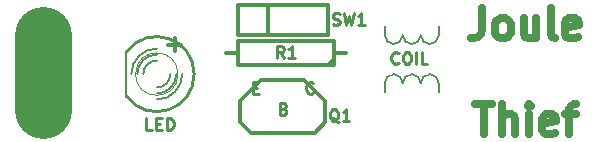
<source format=gto>
G04 (created by PCBNEW (2013-07-07 BZR 4022)-stable) date 10/30/2014 10:02:59 AM*
%MOIN*%
G04 Gerber Fmt 3.4, Leading zero omitted, Abs format*
%FSLAX34Y34*%
G01*
G70*
G90*
G04 APERTURE LIST*
%ADD10C,0.00590551*%
%ADD11C,0.01*%
%ADD12C,0.19*%
%ADD13C,0.025*%
%ADD14C,0.011811*%
%ADD15C,0.012*%
%ADD16C,0.008*%
%ADD17C,0.003*%
%ADD18C,0.006*%
%ADD19C,0.00984252*%
G04 APERTURE END LIST*
G54D10*
G54D11*
X62861Y-48100D02*
X62823Y-48080D01*
X62785Y-48042D01*
X62728Y-47985D01*
X62690Y-47966D01*
X62652Y-47966D01*
X62671Y-48061D02*
X62633Y-48042D01*
X62595Y-48004D01*
X62576Y-47928D01*
X62576Y-47795D01*
X62595Y-47719D01*
X62633Y-47680D01*
X62671Y-47661D01*
X62747Y-47661D01*
X62785Y-47680D01*
X62823Y-47719D01*
X62842Y-47795D01*
X62842Y-47928D01*
X62823Y-48004D01*
X62785Y-48042D01*
X62747Y-48061D01*
X62671Y-48061D01*
X63223Y-48061D02*
X62995Y-48061D01*
X63109Y-48061D02*
X63109Y-47661D01*
X63071Y-47719D01*
X63033Y-47757D01*
X62995Y-47776D01*
G54D12*
X53000Y-45200D02*
X53000Y-47700D01*
G54D13*
X67409Y-47504D02*
X67980Y-47504D01*
X67695Y-48504D02*
X67695Y-47504D01*
X68314Y-48504D02*
X68314Y-47504D01*
X68742Y-48504D02*
X68742Y-47980D01*
X68695Y-47885D01*
X68600Y-47838D01*
X68457Y-47838D01*
X68361Y-47885D01*
X68314Y-47933D01*
X69219Y-48504D02*
X69219Y-47838D01*
X69219Y-47504D02*
X69171Y-47552D01*
X69219Y-47600D01*
X69266Y-47552D01*
X69219Y-47504D01*
X69219Y-47600D01*
X70076Y-48457D02*
X69980Y-48504D01*
X69790Y-48504D01*
X69695Y-48457D01*
X69647Y-48361D01*
X69647Y-47980D01*
X69695Y-47885D01*
X69790Y-47838D01*
X69980Y-47838D01*
X70076Y-47885D01*
X70123Y-47980D01*
X70123Y-48076D01*
X69647Y-48171D01*
X70409Y-47838D02*
X70790Y-47838D01*
X70552Y-48504D02*
X70552Y-47647D01*
X70600Y-47552D01*
X70695Y-47504D01*
X70790Y-47504D01*
X67647Y-44304D02*
X67647Y-45019D01*
X67600Y-45161D01*
X67504Y-45257D01*
X67361Y-45304D01*
X67266Y-45304D01*
X68266Y-45304D02*
X68171Y-45257D01*
X68123Y-45209D01*
X68076Y-45114D01*
X68076Y-44828D01*
X68123Y-44733D01*
X68171Y-44685D01*
X68266Y-44638D01*
X68409Y-44638D01*
X68504Y-44685D01*
X68552Y-44733D01*
X68600Y-44828D01*
X68600Y-45114D01*
X68552Y-45209D01*
X68504Y-45257D01*
X68409Y-45304D01*
X68266Y-45304D01*
X69457Y-44638D02*
X69457Y-45304D01*
X69028Y-44638D02*
X69028Y-45161D01*
X69076Y-45257D01*
X69171Y-45304D01*
X69314Y-45304D01*
X69409Y-45257D01*
X69457Y-45209D01*
X70076Y-45304D02*
X69980Y-45257D01*
X69933Y-45161D01*
X69933Y-44304D01*
X70838Y-45257D02*
X70742Y-45304D01*
X70552Y-45304D01*
X70457Y-45257D01*
X70409Y-45161D01*
X70409Y-44780D01*
X70457Y-44685D01*
X70552Y-44638D01*
X70742Y-44638D01*
X70838Y-44685D01*
X70885Y-44780D01*
X70885Y-44876D01*
X70409Y-44971D01*
G54D14*
X57175Y-45514D02*
X57624Y-45514D01*
X57400Y-45739D02*
X57400Y-45289D01*
G54D11*
X61028Y-47652D02*
X61085Y-47671D01*
X61104Y-47690D01*
X61123Y-47728D01*
X61123Y-47785D01*
X61104Y-47823D01*
X61085Y-47842D01*
X61047Y-47861D01*
X60895Y-47861D01*
X60895Y-47461D01*
X61028Y-47461D01*
X61066Y-47480D01*
X61085Y-47500D01*
X61104Y-47538D01*
X61104Y-47576D01*
X61085Y-47614D01*
X61066Y-47633D01*
X61028Y-47652D01*
X60895Y-47652D01*
X62023Y-47123D02*
X62004Y-47142D01*
X61947Y-47161D01*
X61909Y-47161D01*
X61852Y-47142D01*
X61814Y-47104D01*
X61795Y-47066D01*
X61776Y-46990D01*
X61776Y-46933D01*
X61795Y-46857D01*
X61814Y-46819D01*
X61852Y-46780D01*
X61909Y-46761D01*
X61947Y-46761D01*
X62004Y-46780D01*
X62023Y-46800D01*
X60014Y-46952D02*
X60147Y-46952D01*
X60204Y-47161D02*
X60014Y-47161D01*
X60014Y-46761D01*
X60204Y-46761D01*
G54D10*
X64400Y-45200D02*
X64400Y-44900D01*
X66200Y-45200D02*
X66200Y-44900D01*
X64400Y-46800D02*
X64400Y-47100D01*
X66200Y-46800D02*
X66200Y-47100D01*
X64400Y-45200D02*
G75*
G03X64700Y-45500I300J0D01*
G74*
G01*
X64700Y-45500D02*
G75*
G03X65000Y-45200I0J300D01*
G74*
G01*
X65000Y-45200D02*
G75*
G03X65300Y-45500I300J0D01*
G74*
G01*
X65300Y-45500D02*
G75*
G03X65600Y-45200I0J300D01*
G74*
G01*
X65600Y-45200D02*
G75*
G03X65900Y-45500I300J0D01*
G74*
G01*
X65900Y-45500D02*
G75*
G03X66200Y-45200I0J300D01*
G74*
G01*
X64700Y-46500D02*
G75*
G03X64400Y-46800I0J-300D01*
G74*
G01*
X65000Y-46800D02*
G75*
G03X64700Y-46500I-300J0D01*
G74*
G01*
X65300Y-46500D02*
G75*
G03X65000Y-46800I0J-300D01*
G74*
G01*
X65600Y-46800D02*
G75*
G03X65300Y-46500I-300J0D01*
G74*
G01*
X65900Y-46500D02*
G75*
G03X65600Y-46800I0J-300D01*
G74*
G01*
X66200Y-46800D02*
G75*
G03X65900Y-46500I-300J0D01*
G74*
G01*
G54D15*
X59939Y-48453D02*
X62060Y-48453D01*
X62060Y-48453D02*
X62414Y-48100D01*
X62414Y-48100D02*
X62414Y-47392D01*
X62414Y-47392D02*
X61707Y-46685D01*
X61707Y-46685D02*
X60292Y-46685D01*
X60292Y-46685D02*
X59585Y-47392D01*
X59585Y-47392D02*
X59585Y-48100D01*
X59585Y-48100D02*
X59939Y-48453D01*
X63100Y-45800D02*
X62700Y-45800D01*
X62700Y-45800D02*
X62700Y-46200D01*
X62700Y-46200D02*
X59500Y-46200D01*
X59500Y-46200D02*
X59500Y-45400D01*
X59500Y-45400D02*
X62700Y-45400D01*
X62700Y-45400D02*
X62700Y-45800D01*
X62700Y-46000D02*
X62500Y-46200D01*
X59100Y-45800D02*
X59500Y-45800D01*
X59500Y-45200D02*
X59500Y-44200D01*
X59500Y-44200D02*
X62500Y-44200D01*
X62500Y-44200D02*
X62500Y-45200D01*
X62500Y-45200D02*
X59500Y-45200D01*
X60500Y-44200D02*
X60500Y-45200D01*
G54D16*
X55780Y-45750D02*
X55780Y-47250D01*
G54D17*
X57507Y-46500D02*
G75*
G03X57507Y-46500I-707J0D01*
G74*
G01*
G54D11*
X55800Y-47250D02*
G75*
G03X55800Y-45749I999J750D01*
G74*
G01*
G54D18*
X56800Y-46950D02*
G75*
G03X57250Y-46500I0J450D01*
G74*
G01*
X56800Y-46050D02*
G75*
G03X56350Y-46500I0J-450D01*
G74*
G01*
X56800Y-47150D02*
G75*
G03X57450Y-46500I0J650D01*
G74*
G01*
X56800Y-45850D02*
G75*
G03X56150Y-46500I0J-650D01*
G74*
G01*
X56800Y-47350D02*
G75*
G03X57650Y-46500I0J850D01*
G74*
G01*
X56800Y-45650D02*
G75*
G03X55950Y-46500I0J-850D01*
G74*
G01*
G54D19*
X64862Y-46121D02*
X64843Y-46140D01*
X64787Y-46159D01*
X64750Y-46159D01*
X64693Y-46140D01*
X64656Y-46103D01*
X64637Y-46065D01*
X64618Y-45990D01*
X64618Y-45934D01*
X64637Y-45859D01*
X64656Y-45821D01*
X64693Y-45784D01*
X64750Y-45765D01*
X64787Y-45765D01*
X64843Y-45784D01*
X64862Y-45803D01*
X65106Y-45765D02*
X65181Y-45765D01*
X65218Y-45784D01*
X65256Y-45821D01*
X65274Y-45896D01*
X65274Y-46028D01*
X65256Y-46103D01*
X65218Y-46140D01*
X65181Y-46159D01*
X65106Y-46159D01*
X65068Y-46140D01*
X65031Y-46103D01*
X65012Y-46028D01*
X65012Y-45896D01*
X65031Y-45821D01*
X65068Y-45784D01*
X65106Y-45765D01*
X65443Y-46159D02*
X65443Y-45765D01*
X65818Y-46159D02*
X65631Y-46159D01*
X65631Y-45765D01*
G54D11*
X61033Y-45961D02*
X60900Y-45771D01*
X60804Y-45961D02*
X60804Y-45561D01*
X60957Y-45561D01*
X60995Y-45580D01*
X61014Y-45600D01*
X61033Y-45638D01*
X61033Y-45695D01*
X61014Y-45733D01*
X60995Y-45752D01*
X60957Y-45771D01*
X60804Y-45771D01*
X61414Y-45961D02*
X61185Y-45961D01*
X61300Y-45961D02*
X61300Y-45561D01*
X61261Y-45619D01*
X61223Y-45657D01*
X61185Y-45676D01*
X62666Y-44842D02*
X62723Y-44861D01*
X62819Y-44861D01*
X62857Y-44842D01*
X62876Y-44823D01*
X62895Y-44785D01*
X62895Y-44747D01*
X62876Y-44709D01*
X62857Y-44690D01*
X62819Y-44671D01*
X62742Y-44652D01*
X62704Y-44633D01*
X62685Y-44614D01*
X62666Y-44576D01*
X62666Y-44538D01*
X62685Y-44500D01*
X62704Y-44480D01*
X62742Y-44461D01*
X62838Y-44461D01*
X62895Y-44480D01*
X63028Y-44461D02*
X63123Y-44861D01*
X63200Y-44576D01*
X63276Y-44861D01*
X63371Y-44461D01*
X63733Y-44861D02*
X63504Y-44861D01*
X63619Y-44861D02*
X63619Y-44461D01*
X63580Y-44519D01*
X63542Y-44557D01*
X63504Y-44576D01*
X56642Y-48361D02*
X56452Y-48361D01*
X56452Y-47961D01*
X56776Y-48152D02*
X56909Y-48152D01*
X56966Y-48361D02*
X56776Y-48361D01*
X56776Y-47961D01*
X56966Y-47961D01*
X57138Y-48361D02*
X57138Y-47961D01*
X57233Y-47961D01*
X57290Y-47980D01*
X57328Y-48019D01*
X57347Y-48057D01*
X57366Y-48133D01*
X57366Y-48190D01*
X57347Y-48266D01*
X57328Y-48304D01*
X57290Y-48342D01*
X57233Y-48361D01*
X57138Y-48361D01*
M02*

</source>
